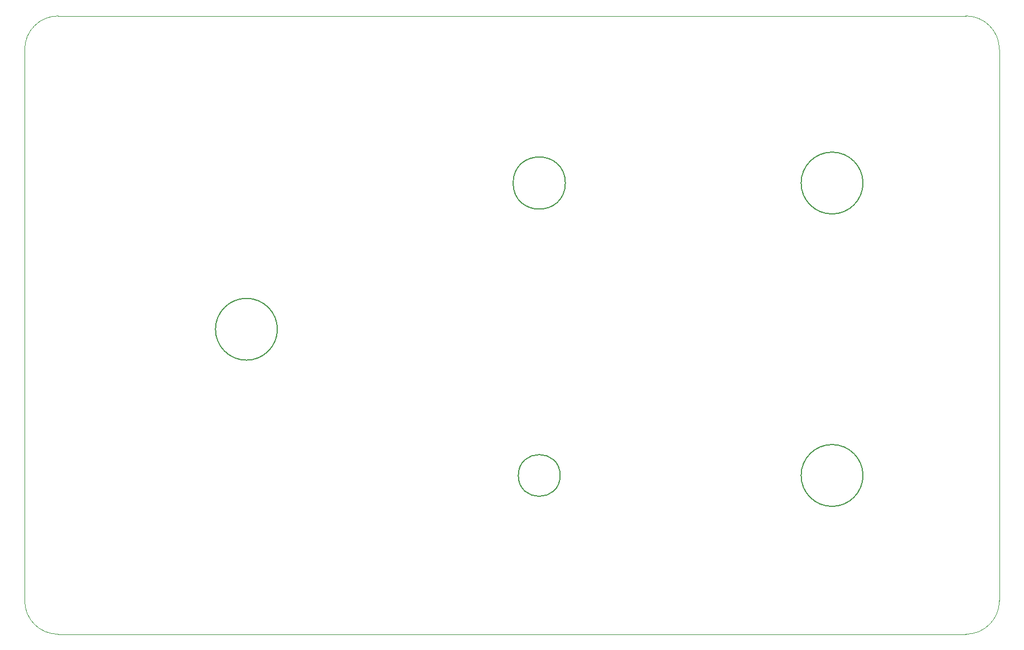
<source format=gm1>
G04 #@! TF.GenerationSoftware,KiCad,Pcbnew,6.0.5+dfsg-1~bpo11+1*
G04 #@! TF.CreationDate,2022-08-10T11:57:08+00:00*
G04 #@! TF.ProjectId,mod_osc_pcb_panel,6d6f645f-6f73-4635-9f70-63625f70616e,0*
G04 #@! TF.SameCoordinates,Original*
G04 #@! TF.FileFunction,Profile,NP*
%FSLAX46Y46*%
G04 Gerber Fmt 4.6, Leading zero omitted, Abs format (unit mm)*
G04 Created by KiCad (PCBNEW 6.0.5+dfsg-1~bpo11+1) date 2022-08-10 11:57:08*
%MOMM*%
%LPD*%
G01*
G04 APERTURE LIST*
G04 #@! TA.AperFunction,Profile*
%ADD10C,0.100000*%
G04 #@! TD*
G04 #@! TA.AperFunction,Profile*
%ADD11C,0.150000*%
G04 #@! TD*
G04 APERTURE END LIST*
D10*
X62357000Y-140716000D02*
G75*
G03*
X67437000Y-145796000I5080000J0D01*
G01*
X62357000Y-56896000D02*
X62357000Y-140716000D01*
D11*
X144424400Y-77216000D02*
G75*
G03*
X144424400Y-77216000I-3962400J0D01*
G01*
X100711000Y-99441000D02*
G75*
G03*
X100711000Y-99441000I-4699000J0D01*
G01*
D10*
X67437000Y-51816000D02*
G75*
G03*
X62357000Y-56896000I0J-5080000D01*
G01*
D11*
X189611000Y-121666000D02*
G75*
G03*
X189611000Y-121666000I-4699000J0D01*
G01*
D10*
X210312000Y-140716000D02*
X210312000Y-56896000D01*
X210312000Y-56896000D02*
G75*
G03*
X205232000Y-51816000I-5080000J0D01*
G01*
X205232000Y-145796000D02*
G75*
G03*
X210312000Y-140716000I0J5080000D01*
G01*
D11*
X143637000Y-121666000D02*
G75*
G03*
X143637000Y-121666000I-3175000J0D01*
G01*
D10*
X67437000Y-145796000D02*
X205232000Y-145796000D01*
D11*
X189611000Y-77216000D02*
G75*
G03*
X189611000Y-77216000I-4699000J0D01*
G01*
D10*
X205232000Y-51816000D02*
X67437000Y-51816000D01*
M02*

</source>
